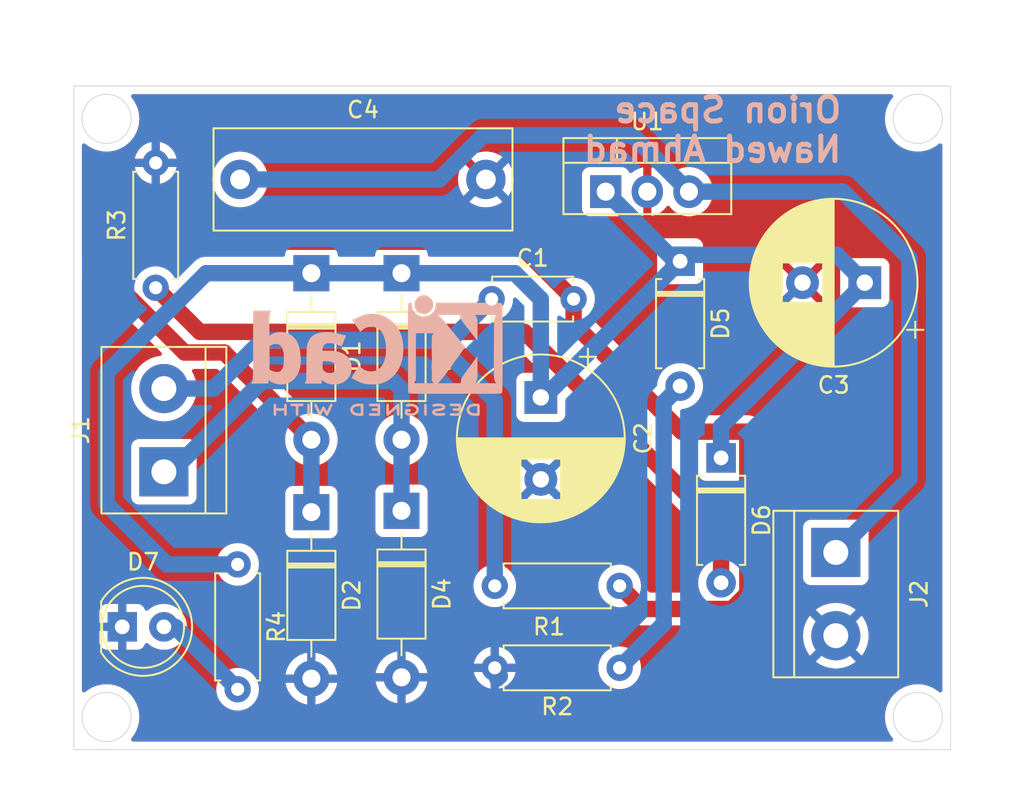
<source format=kicad_pcb>
(kicad_pcb (version 20240108) (generator "pcbnew") (generator_version "8.0")
  (layers (0 "F.Cu" signal) (31 "B.Cu" signal) (34 "B.Paste" user) (35 "F.Paste" user) (36 "B.SilkS" user "B.Silkscreen") (37 "F.SilkS" user "F.Silkscreen") (38 "B.Mask" user) (39 "F.Mask" user) (44 "Edge.Cuts" user))
  (net 0 "")
  (net 1 "Net-(J1-Pin_2)")
  (net 2 "Net-(D1-A)")
  (net 3 "GND")
  (net 4 "Net-(D1-K)")
  (net 5 "/5V")
  (net 6 "Net-(D3-A)")
  (net 7 "Net-(D5-A)")
  (net 8 "Net-(D6-A)")
  (net 9 "Net-(D7-A)")
  (footprint "Resistor_THT:R_Axial_DIN0207_L6.3mm_D2.5mm_P7.62mm_Horizontal" (layer "F.Cu") (at 187.81 90.75 180)
    (property "Reference" "R2" (at 3.81 -2.37 0) (layer "F.SilkS"))
    (property "Value" "20K")
    (pad "1" thru_hole circle (at 0 0 180) (size 1.6 1.6) (drill 0.8) (layers "*.Cu" "*.Mask") (net 7 "Net-(D5-A)"))
    (pad "2" thru_hole oval (at 7.62 0 180) (size 1.6 1.6) (drill 0.8) (layers "*.Cu" "*.Mask") (net 3 "GND"))
  )
  (footprint "Resistor_THT:R_Axial_DIN0207_L6.3mm_D2.5mm_P7.62mm_Horizontal" (layer "F.Cu") (at 159.5 67.56 90)
    (property "Reference" "R3" (at 3.81 -2.37 90) (layer "F.SilkS"))
    (property "Value" "20K")
    (pad "1" thru_hole circle (at 0 0 90) (size 1.6 1.6) (drill 0.8) (layers "*.Cu" "*.Mask") (net 8 "Net-(D6-A)"))
    (pad "2" thru_hole oval (at 7.62 0 90) (size 1.6 1.6) (drill 0.8) (layers "*.Cu" "*.Mask") (net 3 "GND"))
  )
  (footprint "Diode_THT:D_A-405_P7.62mm_Horizontal" (layer "F.Cu") (at 191.5 65.94 -90)
    (property "Reference" "D5" (at 3.81 -2.47 90) (layer "F.SilkS"))
    (property "Value" "D_Zener")
    (pad "1" thru_hole rect (at 0 0 270) (size 1.8 1.8) (drill 0.9) (layers "*.Cu" "*.Mask") (net 4 "Net-(D1-K)"))
    (pad "2" thru_hole oval (at 7.62 0 270) (size 1.8 1.8) (drill 0.9) (layers "*.Cu" "*.Mask") (net 7 "Net-(D5-A)"))
  )
  (footprint "Capacitor_THT:CP_Radial_D10.0mm_P3.80mm" (layer "F.Cu") (at 202.767677 67.25 180)
    (property "Reference" "C3" (at 1.9 -6.25 0) (layer "F.SilkS"))
    (property "Value" "1000uf")
    (pad "1" thru_hole rect (at 0 0 180) (size 2 2) (drill 1) (layers "*.Cu" "*.Mask") (net 4 "Net-(D1-K)"))
    (pad "2" thru_hole circle (at 3.8 0 180) (size 2 2) (drill 1) (layers "*.Cu" "*.Mask") (net 3 "GND"))
  )
  (footprint "Diode_THT:D_A-405_P7.62mm_Horizontal" (layer "F.Cu") (at 194 77.94 -90)
    (property "Reference" "D6" (at 3.81 -2.47 90) (layer "F.SilkS"))
    (property "Value" "D_Zener")
    (pad "1" thru_hole rect (at 0 0 270) (size 1.8 1.8) (drill 0.9) (layers "*.Cu" "*.Mask") (net 4 "Net-(D1-K)"))
    (pad "2" thru_hole oval (at 7.62 0 270) (size 1.8 1.8) (drill 0.9) (layers "*.Cu" "*.Mask") (net 8 "Net-(D6-A)"))
  )
  (footprint "TerminalBlock:TerminalBlock_bornier-2_P5.08mm" (layer "F.Cu") (at 201 83.71 -90)
    (property "Reference" "J2" (at 2.54 -5.08 90) (layer "F.SilkS"))
    (property "Value" "Screw_Terminal_01x02")
    (pad "1" thru_hole rect (at 0 0 270) (size 3 3) (drill 1.52) (layers "*.Cu" "*.Mask") (net 5 "/5V"))
    (pad "2" thru_hole circle (at 5.08 0 270) (size 3 3) (drill 1.52) (layers "*.Cu" "*.Mask") (net 3 "GND"))
  )
  (footprint "Diode_THT:D_DO-41_SOD81_P10.16mm_Horizontal" (layer "F.Cu") (at 169 81.25 -90)
    (property "Reference" "D2" (at 5.08 -2.47 90) (layer "F.SilkS"))
    (property "Value" "1N4007")
    (pad "1" thru_hole rect (at 0 0 270) (size 2.2 2.2) (drill 1.1) (layers "*.Cu" "*.Mask") (net 2 "Net-(D1-A)"))
    (pad "2" thru_hole oval (at 10.16 0 270) (size 2.2 2.2) (drill 1.1) (layers "*.Cu" "*.Mask") (net 3 "GND"))
  )
  (footprint "Resistor_THT:R_Axial_DIN0207_L6.3mm_D2.5mm_P7.62mm_Horizontal" (layer "F.Cu") (at 164.5 84.44 -90)
    (property "Reference" "R4" (at 3.81 -2.37 90) (layer "F.SilkS"))
    (property "Value" "2.2K")
    (pad "1" thru_hole circle (at 0 0 270) (size 1.6 1.6) (drill 0.8) (layers "*.Cu" "*.Mask") (net 4 "Net-(D1-K)"))
    (pad "2" thru_hole oval (at 7.62 0 270) (size 1.6 1.6) (drill 0.8) (layers "*.Cu" "*.Mask") (net 9 "Net-(D7-A)"))
  )
  (footprint "TerminalBlock:TerminalBlock_bornier-2_P5.08mm" (layer "F.Cu") (at 160 78.79 90)
    (property "Reference" "J1" (at 2.54 -5.08 90) (layer "F.SilkS"))
    (property "Value" "Screw_Terminal_01x02")
    (pad "1" thru_hole rect (at 0 0 90) (size 3 3) (drill 1.52) (layers "*.Cu" "*.Mask") (net 6 "Net-(D3-A)"))
    (pad "2" thru_hole circle (at 5.08 0 90) (size 3 3) (drill 1.52) (layers "*.Cu" "*.Mask") (net 1 "Net-(J1-Pin_2)"))
  )
  (footprint "Capacitor_THT:C_Rect_L18.0mm_W6.0mm_P15.00mm_FKS3_FKP3" (layer "F.Cu") (at 164.65 60.95)
    (property "Reference" "C4" (at 7.5 -4.25 0) (layer "F.SilkS"))
    (property "Value" "470uF")
    (pad "1" thru_hole circle (at 0 0) (size 2.4 2.4) (drill 1.2) (layers "*.Cu" "*.Mask") (net 5 "/5V"))
    (pad "2" thru_hole circle (at 15 0) (size 2.4 2.4) (drill 1.2) (layers "*.Cu" "*.Mask") (net 3 "GND"))
  )
  (footprint "Package_TO_SOT_THT:TO-220-3_Vertical" (layer "F.Cu") (at 186.96 61.695)
    (property "Reference" "U1" (at 2.54 -4.27 0) (layer "F.SilkS"))
    (property "Value" "LM7805_TO220")
    (pad "1" thru_hole rect (at 0 0) (size 1.905 2) (drill 1.1) (layers "*.Cu" "*.Mask") (net 4 "Net-(D1-K)"))
    (pad "2" thru_hole oval (at 2.54 0) (size 1.905 2) (drill 1.1) (layers "*.Cu" "*.Mask") (net 3 "GND"))
    (pad "3" thru_hole oval (at 5.08 0) (size 1.905 2) (drill 1.1) (layers "*.Cu" "*.Mask") (net 5 "/5V"))
  )
  (footprint "Diode_THT:D_DO-41_SOD81_P10.16mm_Horizontal" (layer "F.Cu") (at 174.5 81.17 -90)
    (property "Reference" "D4" (at 5.08 -2.47 90) (layer "F.SilkS"))
    (property "Value" "1N4007")
    (pad "1" thru_hole rect (at 0 0 270) (size 2.2 2.2) (drill 1.1) (layers "*.Cu" "*.Mask") (net 6 "Net-(D3-A)"))
    (pad "2" thru_hole oval (at 10.16 0 270) (size 2.2 2.2) (drill 1.1) (layers "*.Cu" "*.Mask") (net 3 "GND"))
  )
  (footprint "Capacitor_THT:C_Disc_D4.7mm_W2.5mm_P5.00mm" (layer "F.Cu") (at 180 68.25)
    (property "Reference" "C1" (at 2.5 -2.5 0) (layer "F.SilkS"))
    (property "Value" "225K/2.2uF")
    (pad "1" thru_hole circle (at 0 0) (size 1.6 1.6) (drill 0.8) (layers "*.Cu" "*.Mask") (net 1 "Net-(J1-Pin_2)"))
    (pad "2" thru_hole circle (at 5 0) (size 1.6 1.6) (drill 0.8) (layers "*.Cu" "*.Mask") (net 2 "Net-(D1-A)"))
  )
  (footprint "Resistor_THT:R_Axial_DIN0207_L6.3mm_D2.5mm_P7.62mm_Horizontal" (layer "F.Cu") (at 187.81 85.75 180)
    (property "Reference" "R1" (at 4.31 -2.5 0) (layer "F.SilkS"))
    (property "Value" "1M")
    (pad "1" thru_hole circle (at 0 0 180) (size 1.6 1.6) (drill 0.8) (layers "*.Cu" "*.Mask") (net 2 "Net-(D1-A)"))
    (pad "2" thru_hole oval (at 7.62 0 180) (size 1.6 1.6) (drill 0.8) (layers "*.Cu" "*.Mask") (net 1 "Net-(J1-Pin_2)"))
  )
  (footprint "Capacitor_THT:CP_Radial_D10.0mm_P5.00mm" (layer "F.Cu") (at 183 74.25 -90)
    (property "Reference" "C2" (at 2.5 -6.25 90) (layer "F.SilkS"))
    (property "Value" "0.1uF")
    (pad "1" thru_hole rect (at 0 0 270) (size 2 2) (drill 1) (layers "*.Cu" "*.Mask") (net 4 "Net-(D1-K)"))
    (pad "2" thru_hole circle (at 5 0 270) (size 2 2) (drill 1) (layers "*.Cu" "*.Mask") (net 3 "GND"))
  )
  (footprint "LED_THT:LED_D5.0mm" (layer "F.Cu") (at 157.46 88.25)
    (property "Reference" "D7" (at 1.27 -3.96 0) (layer "F.SilkS"))
    (property "Value" "LED")
    (pad "1" thru_hole rect (at 0 0) (size 1.8 1.8) (drill 0.9) (layers "*.Cu" "*.Mask") (net 3 "GND"))
    (pad "2" thru_hole circle (at 2.54 0) (size 1.8 1.8) (drill 0.9) (layers "*.Cu" "*.Mask") (net 9 "Net-(D7-A)"))
  )
  (footprint "Diode_THT:D_DO-41_SOD81_P10.16mm_Horizontal" (layer "F.Cu") (at 174.5 66.67 -90)
    (property "Reference" "D3" (at 5.08 -2.47 90) (layer "F.SilkS"))
    (property "Value" "1N4007")
    (pad "1" thru_hole rect (at 0 0 270) (size 2.2 2.2) (drill 1.1) (layers "*.Cu" "*.Mask") (net 4 "Net-(D1-K)"))
    (pad "2" thru_hole oval (at 10.16 0 270) (size 2.2 2.2) (drill 1.1) (layers "*.Cu" "*.Mask") (net 6 "Net-(D3-A)"))
  )
  (footprint "Diode_THT:D_DO-41_SOD81_P10.16mm_Horizontal" (layer "F.Cu") (at 169 66.67 -90)
    (property "Reference" "D1" (at 5.08 -2.47 90) (layer "F.SilkS"))
    (property "Value" "1N4007")
    (pad "1" thru_hole rect (at 0 0 270) (size 2.2 2.2) (drill 1.1) (layers "*.Cu" "*.Mask") (net 4 "Net-(D1-K)"))
    (pad "2" thru_hole oval (at 10.16 0 270) (size 2.2 2.2) (drill 1.1) (layers "*.Cu" "*.Mask") (net 2 "Net-(D1-A)"))
  )
  (footprint "Symbol:KiCad-Logo2_6mm_SilkScreen" (layer "B.Cu") (at 173 71 180)
    (property "Reference" "REF**" (hide yes))
    (property "Value" "KiCad-Logo2_6mm_SilkScreen" (hide yes))
  )
  (gr_circle (center 206 93.75) (end 207.5 93.75) (stroke (width 0.05)) (fill none) (layer "Edge.Cuts"))
  (gr_circle (center 156.5 57.25) (end 158 57.25) (stroke (width 0.05)) (fill none) (layer "Edge.Cuts"))
  (gr_circle (center 156.5 93.75) (end 158 93.75) (stroke (width 0.05)) (fill none) (layer "Edge.Cuts"))
  (gr_rect (start 154.5 55.25) (end 208 95.75) (stroke (width 0.05)) (fill none) (layer "Edge.Cuts"))
  (gr_circle (center 206 57.25) (end 207.5 57.25) (stroke (width 0.05)) (fill none) (layer "Edge.Cuts"))
  (gr_text "Orion Space \nNawed Ahmad" (at 201.5 60 0) (layer "B.SilkS") (effects (font (size 1.5 1.5) (thickness 0.3) (bold yes)) (justify left bottom mirror)))
  (segment (start 180.19 74.44) (end 176.5 70.75) (width 1) (layer "B.Cu") (net 1))
  (segment (start 160 73.71) (end 163.04 73.71) (width 1) (layer "B.Cu") (net 1))
  (segment (start 166 70.75) (end 176.5 70.75) (width 1) (layer "B.Cu") (net 1))
  (segment (start 163.04 73.71) (end 166 70.75) (width 1) (layer "B.Cu") (net 1))
  (segment (start 180.19 85.75) (end 180.19 74.44) (width 1) (layer "B.Cu") (net 1))
  (segment (start 176.5 70.75) (end 177.5 70.75) (width 1) (layer "B.Cu") (net 1))
  (segment (start 177.5 70.75) (end 180 68.25) (width 1) (layer "B.Cu") (net 1))
  (segment (start 191.59 76.34) (end 185 69.75) (width 1) (layer "F.Cu") (net 2))
  (segment (start 181.5 64.75) (end 185 68.25) (width 1) (layer "F.Cu") (net 2))
  (segment (start 195.6 86.222742) (end 195.6 76.34) (width 1) (layer "F.Cu") (net 2))
  (segment (start 161.26 71.51) (end 156 66.25) (width 1) (layer "F.Cu") (net 2))
  (segment (start 194.662742 87.16) (end 195.6 86.222742) (width 1) (layer "F.Cu") (net 2))
  (segment (start 189.22 87.16) (end 194.662742 87.16) (width 1) (layer "F.Cu") (net 2))
  (segment (start 169 76.83) (end 163.68 71.51) (width 1) (layer "F.Cu") (net 2))
  (segment (start 195.6 76.34) (end 191.59 76.34) (width 1) (layer "F.Cu") (net 2))
  (segment (start 156 66.25) (end 157.5 64.75) (width 1) (layer "F.Cu") (net 2))
  (segment (start 157.5 64.75) (end 181.5 64.75) (width 1) (layer "F.Cu") (net 2))
  (segment (start 187.81 85.75) (end 189.22 87.16) (width 1) (layer "F.Cu") (net 2))
  (segment (start 185 69.75) (end 185 68.25) (width 1) (layer "F.Cu") (net 2))
  (segment (start 163.68 71.51) (end 161.26 71.51) (width 1) (layer "F.Cu") (net 2))
  (segment (start 169 81.25) (end 169 76.83) (width 1) (layer "B.Cu") (net 2))
  (segment (start 187.81 85.75) (end 188 85.75) (width 1) (layer "B.Cu") (net 2))
  (segment (start 180.19 90.75) (end 180.19 90.94) (width 1) (layer "B.Cu") (net 3))
  (segment (start 180.19 90.75) (end 180.19 90.56) (width 1) (layer "B.Cu") (net 3))
  (segment (start 180.19 90.94) (end 180.5 91.25) (width 1) (layer "B.Cu") (net 3))
  (segment (start 180.5 91.25) (end 180.34 91.41) (width 1) (layer "B.Cu") (net 3))
  (segment (start 183 74.25) (end 183.19 74.25) (width 1) (layer "B.Cu") (net 4))
  (segment (start 194 77.94) (end 194 76.017677) (width 1) (layer "B.Cu") (net 4))
  (segment (start 194 76.017677) (end 202.767677 67.25) (width 1) (layer "B.Cu") (net 4))
  (segment (start 174.5 66.67) (end 181.42 66.67) (width 1) (layer "B.Cu") (net 4))
  (segment (start 169 66.67) (end 174.5 66.67) (width 1) (layer "B.Cu") (net 4))
  (segment (start 181.42 66.67) (end 183 68.25) (width 1) (layer "B.Cu") (net 4))
  (segment (start 160.19 84.44) (end 156.5 80.75) (width 1) (layer "B.Cu") (net 4))
  (segment (start 191.89 65.55) (end 191.5 65.94) (width 1) (layer "B.Cu") (net 4))
  (segment (start 183.19 74.25) (end 191.5 65.94) (width 1) (layer "B.Cu") (net 4))
  (segment (start 162.58 66.67) (end 169 66.67) (width 1) (layer "B.Cu") (net 4))
  (segment (start 202.767677 67.25) (end 201.067677 65.55) (width 1) (layer "B.Cu") (net 4))
  (segment (start 183 68.25) (end 183 74.25) (width 1) (layer "B.Cu") (net 4))
  (segment (start 201.067677 65.55) (end 191.89 65.55) (width 1) (layer "B.Cu") (net 4))
  (segment (start 191.5 65.94) (end 191.205 65.94) (width 1) (layer "B.Cu") (net 4))
  (segment (start 156.5 80.75) (end 156.5 72.75) (width 1) (layer "B.Cu") (net 4))
  (segment (start 191.205 65.94) (end 186.96 61.695) (width 1) (layer "B.Cu") (net 4))
  (segment (start 164.5 84.44) (end 160.19 84.44) (width 1) (layer "B.Cu") (net 4))
  (segment (start 156.5 72.75) (end 162.58 66.67) (width 1) (layer "B.Cu") (net 4))
  (segment (start 164.65 60.95) (end 176.8 60.95) (width 1) (layer "B.Cu") (net 5))
  (segment (start 201 83.71) (end 205.5 79.21) (width 1) (layer "B.Cu") (net 5))
  (segment (start 176.8 60.95) (end 179.5 58.25) (width 1) (layer "B.Cu") (net 5))
  (segment (start 179.5 58.25) (end 188.595 58.25) (width 1) (layer "B.Cu") (net 5))
  (segment (start 201.445 61.695) (end 192.04 61.695) (width 1) (layer "B.Cu") (net 5))
  (segment (start 205.5 65.75) (end 201.445 61.695) (width 1) (layer "B.Cu") (net 5))
  (segment (start 205.5 79.21) (end 205.5 65.75) (width 1) (layer "B.Cu") (net 5))
  (segment (start 188.595 58.25) (end 192.04 61.695) (width 1) (layer "B.Cu") (net 5))
  (segment (start 166 73.25) (end 174 73.25) (width 1) (layer "B.Cu") (net 6))
  (segment (start 174 73.25) (end 174.5 73.75) (width 1) (layer "B.Cu") (net 6))
  (segment (start 174.5 81.17) (end 174.5 76.83) (width 1) (layer "B.Cu") (net 6))
  (segment (start 174.5 73.75) (end 174.5 76.83) (width 1) (layer "B.Cu") (net 6))
  (segment (start 160.5 79.29) (end 160.5 78.75) (width 1) (layer "B.Cu") (net 6))
  (segment (start 160.5 78.75) (end 166 73.25) (width 1) (layer "B.Cu") (net 6))
  (segment (start 190.5 88.06) (end 190.5 74.56) (width 1) (layer "B.Cu") (net 7))
  (segment (start 187.81 90.75) (end 190.5 88.06) (width 1) (layer "B.Cu") (net 7))
  (segment (start 190.5 74.56) (end 191.5 73.56) (width 1) (layer "B.Cu") (net 7))
  (segment (start 162.19 70.25) (end 182 70.25) (width 1) (layer "F.Cu") (net 8))
  (segment (start 194 82.25) (end 194 85.56) (width 1) (layer "F.Cu") (net 8))
  (segment (start 159.5 67.56) (end 162.19 70.25) (width 1) (layer "F.Cu") (net 8))
  (segment (start 182 70.25) (end 194 82.25) (width 1) (layer "F.Cu") (net 8))
  (segment (start 160 88.25) (end 160.69 88.25) (width 1) (layer "B.Cu") (net 9))
  (segment (start 160.69 88.25) (end 164.5 92.06) (width 1) (layer "B.Cu") (net 9))
  (zone (net 3) (net_name "GND") (layers "F&B.Cu") (connect_pads (clearance 0.5)) (min_thickness 0.25) (fill yes (thermal_gap 0.5) (thermal_bridge_width 0.5))
    (polygon (pts (xy 212.5 50) (xy 212.5 99.5) (xy 150.5 99.5) (xy 150 50)))
  )
)
</source>
